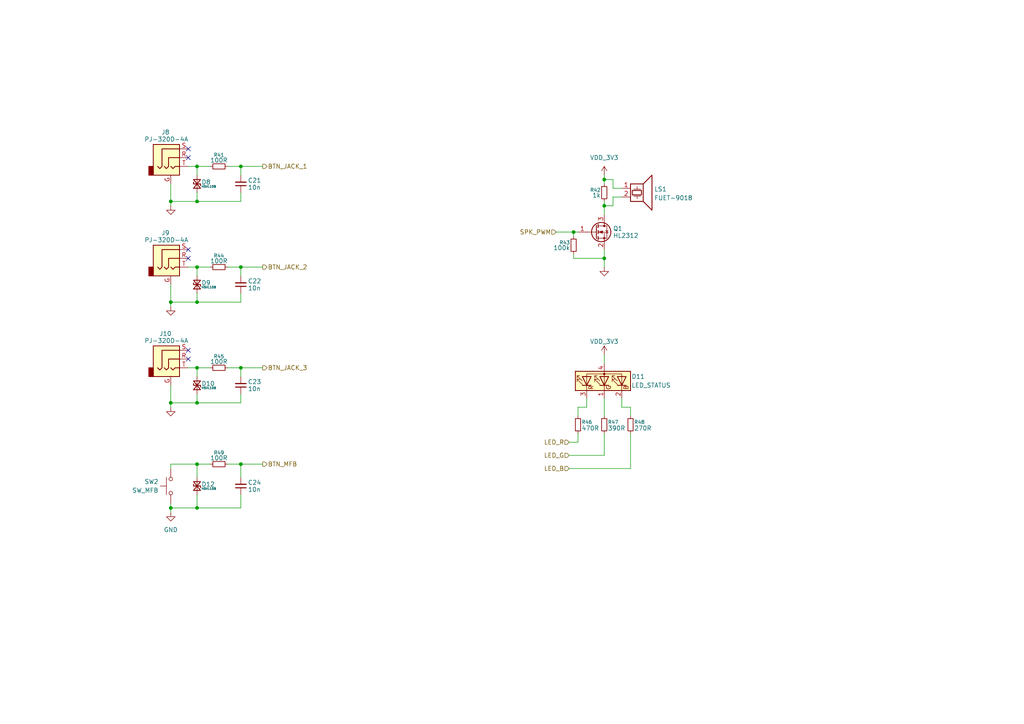
<source format=kicad_sch>
(kicad_sch (version 20250114) (generator "eeschema") (generator_version "9.0")
  (paper "A4")
  (title_block (title "theadmouse") (date "2025-07-22") (rev "A"))
  (lib_symbols
    (symbol "Connector_Audio:AudioJack3_Ground"
      (property "Reference" "J" (at 0 8.89 0))
      (property "Value" "AudioJack3_Ground" (at 0 6.35 0))
      (symbol "AudioJack3_Ground_0_1"
        (rectangle (start -5.08 -2.54) (end -6.35 -5.08) (stroke (width 0.254)) (fill (type outline)))
        (polyline (pts (xy -1.905 -2.54) (xy -1.27 -3.175) (xy -0.635 -2.54) (xy -0.635 0) (xy 2.54 0)) (stroke (width 0.254)))
        (polyline (pts (xy 0 -2.54) (xy 0.635 -3.175) (xy 1.27 -2.54) (xy 2.54 -2.54)) (stroke (width 0.254)))
        (rectangle (start 2.54 3.81) (end -5.08 -5.08) (stroke (width 0.254)) (fill (type background)))
        (polyline (pts (xy 2.54 2.54) (xy -2.54 2.54) (xy -2.54 -2.54) (xy -3.175 -3.175) (xy -3.81 -2.54)) (stroke (width 0.254)))
      )
      (symbol "AudioJack3_Ground_1_1"
        (pin passive line (at 0 -7.62 90) (length 2.54) (name "~") (number "G"))
        (pin passive line (at 5.08 2.54 180) (length 2.54) (name "~") (number "S"))
        (pin passive line (at 5.08 0 180) (length 2.54) (name "~") (number "R"))
        (pin passive line (at 5.08 -2.54 180) (length 2.54) (name "~") (number "T"))
      )
    )
    (symbol "Device:C_Small" (pin_numbers (hide yes)) (pin_names (offset 0.254) (hide yes))
      (property "Reference" "C" (at 0.254 1.778 0))
      (property "Value" "C_Small" (at 0.254 -2.032 0))
      (symbol "C_Small_0_1"
        (polyline (pts (xy -1.524 0.508) (xy 1.524 0.508)) (stroke (width 0.3048)))
        (polyline (pts (xy -1.524 -0.508) (xy 1.524 -0.508)) (stroke (width 0.3302)))
      )
      (symbol "C_Small_1_1"
        (pin passive line (at 0 2.54 270) (length 2.032) (name "~") (number "1"))
        (pin passive line (at 0 -2.54 90) (length 2.032) (name "~") (number "2"))
      )
    )
    (symbol "Device:D_TVS_Small" (pin_numbers (hide yes)) (pin_names (offset 1.016) (hide yes))
      (property "Reference" "D" (at 0 2.54 0))
      (property "Value" "D_TVS_Small" (at 0 -2.54 0))
      (symbol "D_TVS_Small_0_1"
        (polyline (pts (xy -1.27 1.016) (xy -1.27 -1.016) (xy 1.27 1.016) (xy 1.27 -1.016) (xy -1.27 1.016)) (stroke (width 0.254)))
        (polyline (pts (xy -1.27 0) (xy 1.27 0)))
        (polyline (pts (xy 0.508 1.016) (xy 0 1.016) (xy 0 -1.016) (xy -0.508 -1.016)) (stroke (width 0.254)))
      )
      (symbol "D_TVS_Small_1_1"
        (pin passive line (at -2.54 0 0) (length 1.27) (name "A1") (number "1"))
        (pin passive line (at 2.54 0 180) (length 1.27) (name "A2") (number "2"))
      )
    )
    (symbol "Device:LED_GBRA" (pin_names (offset 0) (hide yes))
      (property "Reference" "D" (at 0 9.398 0))
      (property "Value" "LED_GBRA" (at 0 -8.89 0))
      (symbol "LED_GBRA_0_0"
        (text "R" (at -1.905 3.81 0) (effects (font (size 1.27 1.27))))
        (text "G" (at -1.905 -1.27 0) (effects (font (size 1.27 1.27))))
        (text "B" (at -1.905 -6.35 0) (effects (font (size 1.27 1.27))))
      )
      (symbol "LED_GBRA_0_1"
        (polyline (pts (xy -1.27 6.35) (xy -1.27 3.81)) (stroke (width 0.254)))
        (polyline (pts (xy -1.27 6.35) (xy -1.27 3.81) (xy -1.27 3.81)))
        (polyline (pts (xy -1.27 5.08) (xy -2.54 5.08)))
        (polyline (pts (xy -1.27 5.08) (xy 1.27 5.08)))
        (polyline (pts (xy -1.27 1.27) (xy -1.27 -1.27)) (stroke (width 0.254)))
        (polyline (pts (xy -1.27 1.27) (xy -1.27 -1.27) (xy -1.27 -1.27)))
        (polyline (pts (xy -1.27 0) (xy -2.54 0)))
        (polyline (pts (xy -1.27 -3.81) (xy -1.27 -6.35)) (stroke (width 0.254)))
        (polyline (pts (xy -1.27 -5.08) (xy -2.54 -5.08)))
        (polyline (pts (xy -1.27 -5.08) (xy 1.27 -5.08)))
        (polyline (pts (xy -1.016 6.35) (xy 0.508 7.874) (xy -0.254 7.874) (xy 0.508 7.874) (xy 0.508 7.112)))
        (polyline (pts (xy -1.016 1.27) (xy 0.508 2.794) (xy -0.254 2.794) (xy 0.508 2.794) (xy 0.508 2.032)))
        (polyline (pts (xy -1.016 -3.81) (xy 0.508 -2.286) (xy -0.254 -2.286) (xy 0.508 -2.286) (xy 0.508 -3.048)))
        (polyline (pts (xy 0 6.35) (xy 1.524 7.874) (xy 0.762 7.874) (xy 1.524 7.874) (xy 1.524 7.112)))
        (polyline (pts (xy 0 1.27) (xy 1.524 2.794) (xy 0.762 2.794) (xy 1.524 2.794) (xy 1.524 2.032)))
        (polyline (pts (xy 0 -3.81) (xy 1.524 -2.286) (xy 0.762 -2.286) (xy 1.524 -2.286) (xy 1.524 -3.048)))
        (polyline (pts (xy 1.27 6.35) (xy 1.27 3.81) (xy -1.27 5.08) (xy 1.27 6.35)) (stroke (width 0.254)))
        (rectangle (start 1.27 6.35) (end 1.27 6.35))
        (rectangle (start 1.27 3.81) (end 1.27 6.35))
        (polyline (pts (xy 1.27 1.27) (xy 1.27 -1.27) (xy -1.27 0) (xy 1.27 1.27)) (stroke (width 0.254)))
        (rectangle (start 1.27 1.27) (end 1.27 1.27))
        (polyline (pts (xy 1.27 0) (xy -1.27 0)))
        (polyline (pts (xy 1.27 0) (xy 2.54 0)))
        (rectangle (start 1.27 -1.27) (end 1.27 1.27))
        (polyline (pts (xy 1.27 -3.81) (xy 1.27 -6.35) (xy -1.27 -5.08) (xy 1.27 -3.81)) (stroke (width 0.254)))
        (polyline (pts (xy 1.27 -5.08) (xy 2.032 -5.08) (xy 2.032 5.08) (xy 1.27 5.08)))
        (circle (center 2.032 0) (radius 0.254) (fill (type outline)))
        (rectangle (start 2.794 8.382) (end -2.794 -7.62) (stroke (width 0.254)) (fill (type background)))
      )
      (symbol "LED_GBRA_1_1"
        (pin passive line (at -5.08 5.08 0) (length 2.54) (name "RK") (number "3"))
        (pin passive line (at -5.08 0 0) (length 2.54) (name "GK") (number "1"))
        (pin passive line (at -5.08 -5.08 0) (length 2.54) (name "BK") (number "2"))
        (pin passive line (at 5.08 0 180) (length 2.54) (name "A") (number "4"))
      )
    )
    (symbol "Device:R_Small" (pin_numbers (hide yes)) (pin_names (offset 0.254) (hide yes))
      (property "Reference" "R" (at 0 0 90))
      (property "Value" "R_Small" (at 1.778 0 90))
      (symbol "R_Small_0_1"
        (rectangle (start -0.762 1.778) (end 0.762 -1.778) (stroke (width 0.2032)))
      )
      (symbol "R_Small_1_1"
        (pin passive line (at 0 2.54 270) (length 0.762) (name "~") (number "1"))
        (pin passive line (at 0 -2.54 90) (length 0.762) (name "~") (number "2"))
      )
    )
    (symbol "Device:Speaker_Crystal" (pin_names (offset 0) (hide yes))
      (property "Reference" "LS" (at 0.635 5.715 0))
      (property "Value" "Speaker_Crystal" (at 0.635 3.81 0))
      (symbol "Speaker_Crystal_0_0"
        (rectangle (start -2.54 1.27) (end 1.143 -3.81) (stroke (width 0.254)))
        (rectangle (start -2.032 -0.635) (end 0.635 -1.905) (stroke (width 0.254)))
        (polyline (pts (xy -1.651 -0.254) (xy 0.381 -0.254)))
        (polyline (pts (xy -1.651 -2.286) (xy 0.381 -2.286)))
        (polyline (pts (xy -0.635 -0.254) (xy -0.635 0.508)))
        (polyline (pts (xy -0.635 -2.286) (xy -0.635 -3.048)))
        (polyline (pts (xy 1.143 1.27) (xy 3.683 3.81) (xy 3.683 -6.35) (xy 1.143 -3.81)) (stroke (width 0.254)))
      )
      (symbol "Speaker_Crystal_1_1"
        (pin input line (at -5.08 0 0) (length 2.54) (name "1") (number "1"))
        (pin input line (at -5.08 -2.54 0) (length 2.54) (name "2") (number "2"))
      )
    )
    (symbol "Switch:SW_Push" (pin_numbers (hide yes)) (pin_names (offset 1.016) (hide yes))
      (property "Reference" "SW" (at 1.27 2.54 0))
      (property "Value" "SW_Push" (at 0 -1.524 0))
      (symbol "SW_Push_0_1"
        (circle (center -2.032 0) (radius 0.508))
        (polyline (pts (xy 0 1.27) (xy 0 3.048)))
        (circle (center 2.032 0) (radius 0.508))
        (polyline (pts (xy 2.54 1.27) (xy -2.54 1.27)))
        (pin passive line (at -5.08 0 0) (length 2.54) (name "1") (number "1"))
        (pin passive line (at 5.08 0 180) (length 2.54) (name "2") (number "2"))
      )
    )
    (symbol "Transistor_FET:Q_NMOS_GSD" (pin_names (offset 0) (hide yes))
      (property "Reference" "Q" (at 5.08 1.905 0))
      (property "Value" "Q_NMOS_GSD" (at 5.08 0 0))
      (symbol "Q_NMOS_GSD_0_1"
        (polyline (pts (xy 0.254 1.905) (xy 0.254 -1.905)) (stroke (width 0.254)))
        (polyline (pts (xy 0.254 0) (xy -2.54 0)))
        (polyline (pts (xy 0.762 2.286) (xy 0.762 1.27)) (stroke (width 0.254)))
        (polyline (pts (xy 0.762 0.508) (xy 0.762 -0.508)) (stroke (width 0.254)))
        (polyline (pts (xy 0.762 -1.27) (xy 0.762 -2.286)) (stroke (width 0.254)))
        (polyline (pts (xy 0.762 -1.778) (xy 3.302 -1.778) (xy 3.302 1.778) (xy 0.762 1.778)))
        (polyline (pts (xy 1.016 0) (xy 2.032 0.381) (xy 2.032 -0.381) (xy 1.016 0)) (fill (type outline)))
        (circle (center 1.651 0) (radius 2.794) (stroke (width 0.254)))
        (polyline (pts (xy 2.54 2.54) (xy 2.54 1.778)))
        (circle (center 2.54 1.778) (radius 0.254) (fill (type outline)))
        (circle (center 2.54 -1.778) (radius 0.254) (fill (type outline)))
        (polyline (pts (xy 2.54 -2.54) (xy 2.54 0) (xy 0.762 0)))
        (polyline (pts (xy 2.921 0.381) (xy 3.683 0.381)))
        (polyline (pts (xy 3.302 0.381) (xy 2.921 -0.254) (xy 3.683 -0.254) (xy 3.302 0.381)))
      )
      (symbol "Q_NMOS_GSD_1_1"
        (pin input line (at -5.08 0 0) (length 2.54) (name "G") (number "1"))
        (pin passive line (at 2.54 5.08 270) (length 2.54) (name "D") (number "3"))
        (pin passive line (at 2.54 -5.08 90) (length 2.54) (name "S") (number "2"))
      )
    )
    (symbol "power:GND" (power) (pin_numbers (hide yes)) (pin_names (offset 0) (hide yes))
      (property "Value" "GND" (at 0 -3.81 0))
      (symbol "GND_0_1"
        (polyline (pts (xy 0 0) (xy 0 -1.27) (xy 1.27 -1.27) (xy 0 -2.54) (xy -1.27 -1.27) (xy 0 -1.27)))
      )
      (symbol "GND_1_1"
        (pin power_in line (at 0 0 270) (length 0) (name "~") (number "1"))
      )
    )
    (symbol "power:VDD" (power) (pin_numbers (hide yes)) (pin_names (offset 0) (hide yes))
      (property "Value" "VDD" (at 0 3.556 0))
      (symbol "VDD_0_1"
        (polyline (pts (xy -0.762 1.27) (xy 0 2.54)))
        (polyline (pts (xy 0 2.54) (xy 0.762 1.27)))
        (polyline (pts (xy 0 0) (xy 0 2.54)))
      )
      (symbol "VDD_1_1"
        (pin power_in line (at 0 0 90) (length 0) (name "~") (number "1"))
      )
    )
  )
  (junction (at 69.85 48.26))
  (junction (at 57.15 116.84))
  (junction (at 49.53 116.84))
  (junction (at 175.26 52.07))
  (junction (at 49.53 87.63))
  (junction (at 175.26 74.93))
  (junction (at 57.15 106.68))
  (junction (at 57.15 87.63))
  (junction (at 57.15 58.42))
  (junction (at 57.15 134.62))
  (junction (at 69.85 106.68))
  (junction (at 175.26 59.69))
  (junction (at 57.15 147.32))
  (junction (at 49.53 147.32))
  (junction (at 166.37 67.31))
  (junction (at 57.15 48.26))
  (junction (at 49.53 58.42))
  (junction (at 69.85 134.62))
  (junction (at 57.15 77.47))
  (junction (at 69.85 77.47))
  (no_connect (at 54.61 101.6))
  (no_connect (at 54.61 74.93))
  (no_connect (at 54.61 45.72))
  (no_connect (at 54.61 72.39))
  (no_connect (at 54.61 43.18))
  (no_connect (at 54.61 104.14))
  (wire (pts (xy 170.18 115.57) (xy 170.18 118.11)))
  (wire (pts (xy 54.61 77.47) (xy 57.15 77.47)))
  (wire (pts (xy 49.53 82.55) (xy 49.53 87.63)))
  (wire (pts (xy 57.15 77.47) (xy 60.96 77.47)))
  (wire (pts (xy 54.61 48.26) (xy 57.15 48.26)))
  (wire (pts (xy 57.15 55.88) (xy 57.15 58.42)))
  (wire (pts (xy 69.85 77.47) (xy 69.85 80.01)))
  (wire (pts (xy 54.61 106.68) (xy 57.15 106.68)))
  (wire (pts (xy 175.26 125.73) (xy 175.26 132.08)))
  (wire (pts (xy 177.8 57.15) (xy 177.8 59.69)))
  (wire (pts (xy 49.53 53.34) (xy 49.53 58.42)))
  (wire (pts (xy 167.64 118.11) (xy 167.64 120.65)))
  (wire (pts (xy 175.26 72.39) (xy 175.26 74.93)))
  (wire (pts (xy 49.53 111.76) (xy 49.53 116.84)))
  (wire (pts (xy 182.88 118.11) (xy 182.88 120.65)))
  (wire (pts (xy 57.15 106.68) (xy 60.96 106.68)))
  (wire (pts (xy 49.53 134.62) (xy 49.53 135.89)))
  (wire (pts (xy 49.53 146.05) (xy 49.53 147.32)))
  (wire (pts (xy 69.85 77.47) (xy 76.2 77.47)))
  (wire (pts (xy 69.85 134.62) (xy 69.85 138.43)))
  (wire (pts (xy 166.37 74.93) (xy 175.26 74.93)))
  (wire (pts (xy 57.15 48.26) (xy 57.15 50.8)))
  (wire (pts (xy 180.34 118.11) (xy 182.88 118.11)))
  (wire (pts (xy 177.8 59.69) (xy 175.26 59.69)))
  (wire (pts (xy 69.85 143.51) (xy 69.85 147.32)))
  (wire (pts (xy 180.34 115.57) (xy 180.34 118.11)))
  (wire (pts (xy 57.15 147.32) (xy 69.85 147.32)))
  (wire (pts (xy 170.18 118.11) (xy 167.64 118.11)))
  (wire (pts (xy 69.85 106.68) (xy 76.2 106.68)))
  (wire (pts (xy 57.15 48.26) (xy 60.96 48.26)))
  (wire (pts (xy 69.85 85.09) (xy 69.85 87.63)))
  (wire (pts (xy 165.1 135.89) (xy 182.88 135.89)))
  (wire (pts (xy 166.37 67.31) (xy 166.37 68.58)))
  (wire (pts (xy 69.85 134.62) (xy 76.2 134.62)))
  (wire (pts (xy 57.15 85.09) (xy 57.15 87.63)))
  (wire (pts (xy 175.26 52.07) (xy 175.26 53.34)))
  (wire (pts (xy 69.85 58.42) (xy 57.15 58.42)))
  (wire (pts (xy 69.85 55.88) (xy 69.85 58.42)))
  (wire (pts (xy 57.15 106.68) (xy 57.15 109.22)))
  (wire (pts (xy 177.8 52.07) (xy 177.8 54.61)))
  (wire (pts (xy 57.15 143.51) (xy 57.15 147.32)))
  (wire (pts (xy 69.85 106.68) (xy 69.85 109.22)))
  (wire (pts (xy 49.53 147.32) (xy 49.53 148.59)))
  (wire (pts (xy 175.26 74.93) (xy 175.26 77.47)))
  (wire (pts (xy 166.37 73.66) (xy 166.37 74.93)))
  (wire (pts (xy 66.04 77.47) (xy 69.85 77.47)))
  (wire (pts (xy 57.15 114.3) (xy 57.15 116.84)))
  (wire (pts (xy 49.53 87.63) (xy 49.53 88.9)))
  (wire (pts (xy 57.15 116.84) (xy 49.53 116.84)))
  (wire (pts (xy 69.85 116.84) (xy 57.15 116.84)))
  (wire (pts (xy 165.1 128.27) (xy 167.64 128.27)))
  (wire (pts (xy 57.15 147.32) (xy 49.53 147.32)))
  (wire (pts (xy 182.88 125.73) (xy 182.88 135.89)))
  (wire (pts (xy 177.8 54.61) (xy 180.34 54.61)))
  (wire (pts (xy 175.26 115.57) (xy 175.26 120.65)))
  (wire (pts (xy 180.34 57.15) (xy 177.8 57.15)))
  (wire (pts (xy 57.15 87.63) (xy 49.53 87.63)))
  (wire (pts (xy 175.26 50.8) (xy 175.26 52.07)))
  (wire (pts (xy 69.85 48.26) (xy 69.85 50.8)))
  (wire (pts (xy 57.15 134.62) (xy 57.15 138.43)))
  (wire (pts (xy 49.53 58.42) (xy 49.53 59.69)))
  (wire (pts (xy 66.04 48.26) (xy 69.85 48.26)))
  (wire (pts (xy 49.53 116.84) (xy 49.53 118.11)))
  (wire (pts (xy 49.53 134.62) (xy 57.15 134.62)))
  (wire (pts (xy 161.29 67.31) (xy 166.37 67.31)))
  (wire (pts (xy 66.04 134.62) (xy 69.85 134.62)))
  (wire (pts (xy 57.15 58.42) (xy 49.53 58.42)))
  (wire (pts (xy 175.26 59.69) (xy 175.26 62.23)))
  (wire (pts (xy 69.85 48.26) (xy 76.2 48.26)))
  (wire (pts (xy 166.37 67.31) (xy 167.64 67.31)))
  (wire (pts (xy 175.26 102.87) (xy 175.26 105.41)))
  (wire (pts (xy 57.15 134.62) (xy 60.96 134.62)))
  (wire (pts (xy 175.26 52.07) (xy 177.8 52.07)))
  (wire (pts (xy 165.1 132.08) (xy 175.26 132.08)))
  (wire (pts (xy 66.04 106.68) (xy 69.85 106.68)))
  (wire (pts (xy 69.85 87.63) (xy 57.15 87.63)))
  (wire (pts (xy 69.85 114.3) (xy 69.85 116.84)))
  (wire (pts (xy 175.26 59.69) (xy 175.26 58.42)))
  (wire (pts (xy 57.15 77.47) (xy 57.15 80.01)))
  (wire (pts (xy 167.64 128.27) (xy 167.64 125.73)))
  (hierarchical_label "BTN_JACK_3" (shape output) (at 76.2 106.68 0))
  (hierarchical_label "BTN_JACK_1" (shape output) (at 76.2 48.26 0))
  (hierarchical_label "LED_G" (shape input) (at 165.1 132.08 180))
  (hierarchical_label "BTN_JACK_2" (shape output) (at 76.2 77.47 0))
  (hierarchical_label "LED_R" (shape input) (at 165.1 128.27 180))
  (hierarchical_label "BTN_MFB" (shape output) (at 76.2 134.62 0))
  (hierarchical_label "SPK_PWM" (shape input) (at 161.29 67.31 180))
  (hierarchical_label "LED_B" (shape input) (at 165.1 135.89 180))
  (symbol (lib_id "Device:C_Small") (at 69.85 82.55 180) (unit 1)
    (property "Reference" "C22" (at 71.882 81.534 0) (effects (justify right)))
    (property "Value" "10n" (at 71.882 83.566 0) (effects (justify right)))
    (property "Footprint" "Capacitor_SMD:C_0603_1608Metric" (effects (hide yes)))
    (property "Description" "Unpolarized capacitor, small symbol" (effects (hide yes)))
    (property "MPN" "GRM1885C1H103JA01D" (effects (hide yes)))
    (property "Manufacturer" "Murata Electronics" (effects (hide yes)))
    (property "LCSC Part #" "C85973" (effects (hide yes)))
  )
  (symbol (lib_id "Device:C_Small") (at 69.85 53.34 180) (unit 1)
    (property "Reference" "C21" (at 71.882 52.324 0) (effects (justify right)))
    (property "Value" "10n" (at 71.882 54.356 0) (effects (justify right)))
    (property "Footprint" "Capacitor_SMD:C_0603_1608Metric" (effects (hide yes)))
    (property "Description" "Unpolarized capacitor, small symbol" (effects (hide yes)))
    (property "MPN" "GRM1885C1H103JA01D" (effects (hide yes)))
    (property "Manufacturer" "Murata Electronics" (effects (hide yes)))
    (property "LCSC Part #" "C85973" (effects (hide yes)))
  )
  (symbol (lib_id "Device:D_TVS_Small") (at 57.15 111.76 90) (unit 1)
    (property "Reference" "D10" (at 58.42 111.252 90) (effects (justify right)))
    (property "Value" "H5VL10B" (at 58.42 112.522 90) (effects (font (size 0.635 0.635)) (justify right)))
    (property "Footprint" "Diode_SMD:D_SOD-882" (effects (hide yes)))
    (property "Description" "Bidirectional transient-voltage-suppression diode, small symbol" (effects (hide yes)))
    (property "Manufacturer" "hongjiacheng" (effects (hide yes)))
    (property "MPN" "H5VL10B" (effects (hide yes)))
    (property "LCSC Part #" "C7420372" (effects (hide yes)))
  )
  (symbol (lib_id "Device:C_Small") (at 69.85 140.97 180) (unit 1)
    (property "Reference" "C24" (at 71.882 139.954 0) (effects (justify right)))
    (property "Value" "10n" (at 71.882 141.986 0) (effects (justify right)))
    (property "Footprint" "Capacitor_SMD:C_0603_1608Metric" (effects (hide yes)))
    (property "Description" "Unpolarized capacitor, small symbol" (effects (hide yes)))
    (property "MPN" "GRM1885C1H103JA01D" (effects (hide yes)))
    (property "Manufacturer" "Murata Electronics" (effects (hide yes)))
    (property "LCSC Part #" "C85973" (effects (hide yes)))
  )
  (symbol (lib_id "power:GND") (at 49.53 148.59 0) (unit 1)
    (property "Reference" "#PWR054" (effects (hide yes)))
    (property "Value" "GND" (at 49.53 153.67 0))
    (property "Description" "Power symbol creates a global label with name \"GND\" , ground" (effects (hide yes)))
  )
  (symbol (lib_id "Transistor_FET:Q_NMOS_GSD") (at 172.72 67.31 0) (unit 1)
    (property "Reference" "Q1" (at 177.8 66.2941 0) (effects (justify left)))
    (property "Value" "HL2312" (at 177.8 68.326 0) (effects (justify left)))
    (property "Footprint" "Package_TO_SOT_SMD:SOT-23-3" (effects (hide yes)))
    (property "Description" "N-MOSFET transistor, gate/source/drain" (effects (hide yes)))
    (property "MPN" "HL2312" (effects (hide yes)))
    (property "Manufacturer" "hongjiacheng" (effects (hide yes)))
    (property "LCSC Part #" "C28646272" (effects (hide yes)))
  )
  (symbol (lib_id "power:GND") (at 49.53 59.69 0) (unit 1)
    (property "Reference" "#PWR049" (effects (hide yes)))
    (property "Value" "GND" (effects (hide yes)))
    (property "Description" "Power symbol creates a global label with name \"GND\" , ground" (effects (hide yes)))
  )
  (symbol (lib_id "Device:LED_GBRA") (at 175.26 110.49 90) (unit 1)
    (property "Reference" "D11" (at 183.134 109.22 90) (effects (justify right)))
    (property "Value" "LED_STATUS" (at 183.134 111.76 90) (effects (justify right)))
    (property "Footprint" "theadmouse:LED_RGB_TUOZHAN_P4-1204RGBWS2-1.5T-A_Horizontal" (effects (hide yes)))
    (property "Description" "RGB LED, green/blue/red/anode" (effects (hide yes)))
    (property "Manufacturer" "TUOZHAN" (effects (hide yes)))
    (property "MPN" "P4-1204RGBWS2-1.5T-A " (effects (hide yes)))
    (property "LCSC Part #" "C2827295" (effects (hide yes)))
  )
  (symbol (lib_id "Device:R_Small") (at 63.5 48.26 270) (unit 1)
    (property "Reference" "R41" (at 63.5 44.958 90) (effects (font (size 1.016 1.016))))
    (property "Value" "100R" (at 63.5 46.482 90))
    (property "Footprint" "Resistor_SMD:R_0603_1608Metric" (effects (hide yes)))
    (property "Description" "Resistor, small symbol" (effects (hide yes)))
  )
  (symbol (lib_id "Device:D_TVS_Small") (at 57.15 53.34 90) (unit 1)
    (property "Reference" "D8" (at 58.42 52.832 90) (effects (justify right)))
    (property "Value" "H5VL10B" (at 58.42 54.102 90) (effects (font (size 0.635 0.635)) (justify right)))
    (property "Footprint" "Diode_SMD:D_SOD-882" (effects (hide yes)))
    (property "Description" "Bidirectional transient-voltage-suppression diode, small symbol" (effects (hide yes)))
    (property "Manufacturer" "hongjiacheng" (effects (hide yes)))
    (property "MPN" "H5VL10B" (effects (hide yes)))
    (property "LCSC Part #" "C7420372" (effects (hide yes)))
  )
  (symbol (lib_id "Device:C_Small") (at 69.85 111.76 180) (unit 1)
    (property "Reference" "C23" (at 71.882 110.744 0) (effects (justify right)))
    (property "Value" "10n" (at 71.882 112.776 0) (effects (justify right)))
    (property "Footprint" "Capacitor_SMD:C_0603_1608Metric" (effects (hide yes)))
    (property "Description" "Unpolarized capacitor, small symbol" (effects (hide yes)))
    (property "MPN" "GRM1885C1H103JA01D" (effects (hide yes)))
    (property "Manufacturer" "Murata Electronics" (effects (hide yes)))
    (property "LCSC Part #" "C85973" (effects (hide yes)))
  )
  (symbol (lib_id "Switch:SW_Push") (at 49.53 140.97 90) (unit 1)
    (property "Reference" "SW2" (at 45.974 139.7 90) (effects (justify left)))
    (property "Value" "SW_MFB" (at 45.974 142.24 90) (effects (justify left)))
    (property "Footprint" "theadmouse:SW_Push_1P1T-MP_NO_Horizontal_Alps_SKRTLAE010_Custom3D" (effects (hide yes)))
    (property "Description" "Push button switch, generic, two pins" (effects (hide yes)))
    (property "Manufacturer" "ALPSALPINE" (effects (hide yes)))
    (property "MPN" "SKRTLAE010" (effects (hide yes)))
    (property "LCSC Part #" "C110293" (effects (hide yes)))
  )
  (symbol (lib_id "power:GND") (at 49.53 118.11 0) (unit 1)
    (property "Reference" "#PWR053" (effects (hide yes)))
    (property "Value" "GND" (effects (hide yes)))
    (property "Description" "Power symbol creates a global label with name \"GND\" , ground" (effects (hide yes)))
  )
  (symbol (lib_id "power:VDD") (at 175.26 102.87 0) (unit 1)
    (property "Reference" "#PWR052" (effects (hide yes)))
    (property "Value" "VDD_3V3" (at 175.26 99.06 0))
    (property "Description" "Power symbol creates a global label with name \"VDD\"" (effects (hide yes)))
  )
  (symbol (lib_id "Device:D_TVS_Small") (at 57.15 82.55 90) (unit 1)
    (property "Reference" "D9" (at 58.42 82.042 90) (effects (justify right)))
    (property "Value" "H5VL10B" (at 58.42 83.312 90) (effects (font (size 0.635 0.635)) (justify right)))
    (property "Footprint" "Diode_SMD:D_SOD-882" (effects (hide yes)))
    (property "Description" "Bidirectional transient-voltage-suppression diode, small symbol" (effects (hide yes)))
    (property "Manufacturer" "hongjiacheng" (effects (hide yes)))
    (property "MPN" "H5VL10B" (effects (hide yes)))
    (property "LCSC Part #" "C7420372" (effects (hide yes)))
  )
  (symbol (lib_id "Device:Speaker_Crystal") (at 185.42 54.61 0) (unit 1)
    (property "Reference" "LS1" (at 189.738 54.864 0) (effects (justify left)))
    (property "Value" "FUET-9018" (at 189.738 57.404 0) (effects (justify left)))
    (property "Footprint" "theadmouse:Buzzer_FUET_FST-9018_9x9mm" (effects (hide yes)))
    (property "Description" "Crystal speaker/transducer" (effects (hide yes)))
    (property "Manufacturer" "FUET" (effects (hide yes)))
    (property "MPN" "FUET-9018" (effects (hide yes)))
    (property "LCSC Part #" "C391035" (effects (hide yes)))
  )
  (symbol (lib_id "power:GND") (at 49.53 88.9 0) (unit 1)
    (property "Reference" "#PWR051" (effects (hide yes)))
    (property "Value" "GND" (effects (hide yes)))
    (property "Description" "Power symbol creates a global label with name \"GND\" , ground" (effects (hide yes)))
  )
  (symbol (lib_id "power:VDD") (at 175.26 50.8 0) (unit 1)
    (property "Reference" "#PWR048" (effects (hide yes)))
    (property "Value" "VDD_3V3" (at 175.26 45.72 0))
    (property "Description" "Power symbol creates a global label with name \"VDD\"" (effects (hide yes)))
  )
  (symbol (lib_id "power:GND") (at 175.26 77.47 0) (unit 1)
    (property "Reference" "#PWR050" (effects (hide yes)))
    (property "Value" "GND" (effects (hide yes)))
    (property "Description" "Power symbol creates a global label with name \"GND\" , ground" (effects (hide yes)))
  )
  (symbol (lib_id "Connector_Audio:AudioJack3_Ground") (at 49.53 104.14 0) (unit 1)
    (property "Reference" "J10" (at 48.006 96.774 0))
    (property "Value" "PJ-320D-4A" (at 48.26 98.806 0))
    (property "Footprint" "theadmouse:Jack_3.5mm_KoreanHropartsElec_PJ-320D-4A_Horizontal_Custom" (effects (hide yes)))
    (property "Description" "Audio Jack, 3 Poles (Stereo / TRS), Grounded Sleeve" (effects (hide yes)))
    (property "Manufacturer" "Korean Hroparts Elec" (effects (hide yes)))
    (property "MPN" "PJ-320D-4A" (effects (hide yes)))
    (property "LCSC Part #" "C95562" (effects (hide yes)))
    (property "FT Rotation Offset" "90" (effects (hide yes)))
    (property "FT Position Offset" "0.889,0" (effects (hide yes)))
  )
  (symbol (lib_id "Device:R_Small") (at 63.5 134.62 270) (unit 1)
    (property "Reference" "R49" (at 63.5 131.318 90) (effects (font (size 1.016 1.016))))
    (property "Value" "100R" (at 63.5 132.842 90))
    (property "Footprint" "Resistor_SMD:R_0603_1608Metric" (effects (hide yes)))
    (property "Description" "Resistor, small symbol" (effects (hide yes)))
  )
  (symbol (lib_id "Device:R_Small") (at 63.5 106.68 270) (unit 1)
    (property "Reference" "R45" (at 63.5 103.378 90) (effects (font (size 1.016 1.016))))
    (property "Value" "100R" (at 63.5 104.902 90))
    (property "Footprint" "Resistor_SMD:R_0603_1608Metric" (effects (hide yes)))
    (property "Description" "Resistor, small symbol" (effects (hide yes)))
  )
  (symbol (lib_id "Device:R_Small") (at 63.5 77.47 270) (unit 1)
    (property "Reference" "R44" (at 63.5 74.168 90) (effects (font (size 1.016 1.016))))
    (property "Value" "100R" (at 63.5 75.692 90))
    (property "Footprint" "Resistor_SMD:R_0603_1608Metric" (effects (hide yes)))
    (property "Description" "Resistor, small symbol" (effects (hide yes)))
  )
  (symbol (lib_id "Device:D_TVS_Small") (at 57.15 140.97 90) (unit 1)
    (property "Reference" "D12" (at 58.42 140.462 90) (effects (justify right)))
    (property "Value" "H5VL10B" (at 58.42 141.732 90) (effects (font (size 0.635 0.635)) (justify right)))
    (property "Footprint" "Diode_SMD:D_SOD-882" (effects (hide yes)))
    (property "Description" "Bidirectional transient-voltage-suppression diode, small symbol" (effects (hide yes)))
    (property "Manufacturer" "hongjiacheng" (effects (hide yes)))
    (property "MPN" "H5VL10B" (effects (hide yes)))
    (property "LCSC Part #" "C7420372" (effects (hide yes)))
  )
  (symbol (lib_id "Connector_Audio:AudioJack3_Ground") (at 49.53 74.93 0) (unit 1)
    (property "Reference" "J9" (at 48.006 67.564 0))
    (property "Value" "PJ-320D-4A" (at 48.26 69.596 0))
    (property "Footprint" "theadmouse:Jack_3.5mm_KoreanHropartsElec_PJ-320D-4A_Horizontal_Custom" (effects (hide yes)))
    (property "Description" "Audio Jack, 3 Poles (Stereo / TRS), Grounded Sleeve" (effects (hide yes)))
    (property "Manufacturer" "Korean Hroparts Elec" (effects (hide yes)))
    (property "MPN" "PJ-320D-4A" (effects (hide yes)))
    (property "LCSC Part #" "C95562" (effects (hide yes)))
    (property "FT Rotation Offset" "90" (effects (hide yes)))
    (property "FT Position Offset" "0.889,0" (effects (hide yes)))
  )
  (symbol (lib_id "Device:R_Small") (at 175.26 55.88 180) (unit 1)
    (property "Reference" "R42" (at 174.244 55.118 0) (effects (font (size 1.016 1.016)) (justify left)))
    (property "Value" "1k" (at 174.244 56.642 0) (effects (justify left)))
    (property "Footprint" "Resistor_SMD:R_0603_1608Metric" (effects (hide yes)))
    (property "Description" "Resistor, small symbol" (effects (hide yes)))
  )
  (symbol (lib_id "Connector_Audio:AudioJack3_Ground") (at 49.53 45.72 0) (unit 1)
    (property "Reference" "J8" (at 48.006 38.354 0))
    (property "Value" "PJ-320D-4A" (at 48.26 40.386 0))
    (property "Footprint" "theadmouse:Jack_3.5mm_KoreanHropartsElec_PJ-320D-4A_Horizontal_Custom" (effects (hide yes)))
    (property "Description" "Audio Jack, 3 Poles (Stereo / TRS), Grounded Sleeve" (effects (hide yes)))
    (property "Manufacturer" "Korean Hroparts Elec" (effects (hide yes)))
    (property "MPN" "PJ-320D-4A" (effects (hide yes)))
    (property "LCSC Part #" "C95562" (effects (hide yes)))
    (property "FT Rotation Offset" "90" (effects (hide yes)))
    (property "FT Position Offset" "0.889,0" (effects (hide yes)))
  )
  (symbol (lib_id "Device:R_Small") (at 175.26 123.19 0) (unit 1)
    (property "Reference" "R47" (at 176.276 122.428 0) (effects (font (size 1.016 1.016)) (justify left)))
    (property "Value" "390R" (at 176.276 124.206 0) (effects (justify left)))
    (property "Footprint" "Resistor_SMD:R_0603_1608Metric" (effects (hide yes)))
    (property "Description" "Resistor, small symbol" (effects (hide yes)))
  )
  (symbol (lib_id "Device:R_Small") (at 166.37 71.12 180) (unit 1)
    (property "Reference" "R43" (at 165.354 70.358 0) (effects (font (size 1.016 1.016)) (justify left)))
    (property "Value" "100k" (at 165.354 71.882 0) (effects (justify left)))
    (property "Footprint" "Resistor_SMD:R_0603_1608Metric" (effects (hide yes)))
    (property "Description" "Resistor, small symbol" (effects (hide yes)))
  )
  (symbol (lib_id "Device:R_Small") (at 167.64 123.19 0) (unit 1)
    (property "Reference" "R46" (at 168.656 122.428 0) (effects (font (size 1.016 1.016)) (justify left)))
    (property "Value" "470R" (at 168.656 124.206 0) (effects (justify left)))
    (property "Footprint" "Resistor_SMD:R_0603_1608Metric" (effects (hide yes)))
    (property "Description" "Resistor, small symbol" (effects (hide yes)))
  )
  (symbol (lib_id "Device:R_Small") (at 182.88 123.19 0) (unit 1)
    (property "Reference" "R48" (at 183.896 122.428 0) (effects (font (size 1.016 1.016)) (justify left)))
    (property "Value" "270R" (at 183.896 124.206 0) (effects (justify left)))
    (property "Footprint" "Resistor_SMD:R_0603_1608Metric" (effects (hide yes)))
    (property "Description" "Resistor, small symbol" (effects (hide yes)))
  )
)
</source>
